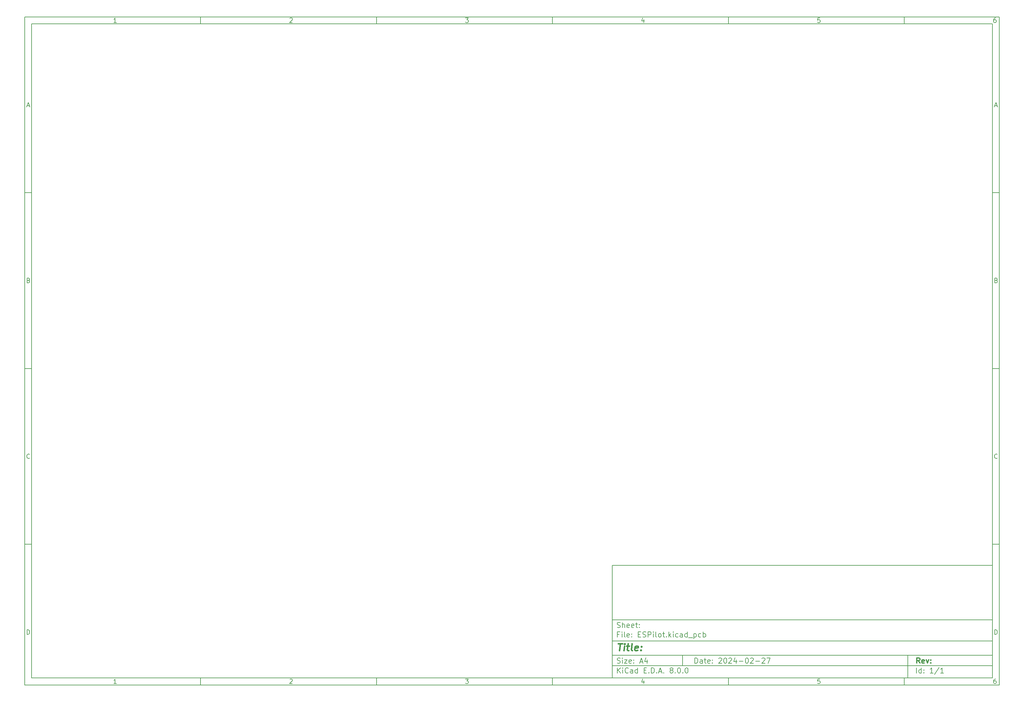
<source format=gtp>
G04 #@! TF.GenerationSoftware,KiCad,Pcbnew,8.0.0*
G04 #@! TF.CreationDate,2024-02-27T22:34:17+01:00*
G04 #@! TF.ProjectId,ESPilot,45535069-6c6f-4742-9e6b-696361645f70,rev?*
G04 #@! TF.SameCoordinates,PX6f32cc0PY1b2e020*
G04 #@! TF.FileFunction,Paste,Top*
G04 #@! TF.FilePolarity,Positive*
%FSLAX46Y46*%
G04 Gerber Fmt 4.6, Leading zero omitted, Abs format (unit mm)*
G04 Created by KiCad (PCBNEW 8.0.0) date 2024-02-27 22:34:17*
%MOMM*%
%LPD*%
G01*
G04 APERTURE LIST*
%ADD10C,0.100000*%
%ADD11C,0.150000*%
%ADD12C,0.300000*%
%ADD13C,0.400000*%
G04 APERTURE END LIST*
D10*
D11*
X60402200Y-137507200D02*
X168402200Y-137507200D01*
X168402200Y-169507200D01*
X60402200Y-169507200D01*
X60402200Y-137507200D01*
D10*
D11*
X-106600000Y18500000D02*
X170402200Y18500000D01*
X170402200Y-171507200D01*
X-106600000Y-171507200D01*
X-106600000Y18500000D01*
D10*
D11*
X-104600000Y16500000D02*
X168402200Y16500000D01*
X168402200Y-169507200D01*
X-104600000Y-169507200D01*
X-104600000Y16500000D01*
D10*
D11*
X-56600000Y16500000D02*
X-56600000Y18500000D01*
D10*
D11*
X-6600000Y16500000D02*
X-6600000Y18500000D01*
D10*
D11*
X43400000Y16500000D02*
X43400000Y18500000D01*
D10*
D11*
X93400000Y16500000D02*
X93400000Y18500000D01*
D10*
D11*
X143400000Y16500000D02*
X143400000Y18500000D01*
D10*
D11*
X-80510840Y16906396D02*
X-81253697Y16906396D01*
X-80882269Y16906396D02*
X-80882269Y18206396D01*
X-80882269Y18206396D02*
X-81006078Y18020681D01*
X-81006078Y18020681D02*
X-81129888Y17896872D01*
X-81129888Y17896872D02*
X-81253697Y17834967D01*
D10*
D11*
X-31253697Y18082586D02*
X-31191793Y18144491D01*
X-31191793Y18144491D02*
X-31067983Y18206396D01*
X-31067983Y18206396D02*
X-30758459Y18206396D01*
X-30758459Y18206396D02*
X-30634650Y18144491D01*
X-30634650Y18144491D02*
X-30572745Y18082586D01*
X-30572745Y18082586D02*
X-30510840Y17958777D01*
X-30510840Y17958777D02*
X-30510840Y17834967D01*
X-30510840Y17834967D02*
X-30572745Y17649253D01*
X-30572745Y17649253D02*
X-31315602Y16906396D01*
X-31315602Y16906396D02*
X-30510840Y16906396D01*
D10*
D11*
X18684398Y18206396D02*
X19489160Y18206396D01*
X19489160Y18206396D02*
X19055826Y17711158D01*
X19055826Y17711158D02*
X19241541Y17711158D01*
X19241541Y17711158D02*
X19365350Y17649253D01*
X19365350Y17649253D02*
X19427255Y17587348D01*
X19427255Y17587348D02*
X19489160Y17463539D01*
X19489160Y17463539D02*
X19489160Y17154015D01*
X19489160Y17154015D02*
X19427255Y17030205D01*
X19427255Y17030205D02*
X19365350Y16968300D01*
X19365350Y16968300D02*
X19241541Y16906396D01*
X19241541Y16906396D02*
X18870112Y16906396D01*
X18870112Y16906396D02*
X18746303Y16968300D01*
X18746303Y16968300D02*
X18684398Y17030205D01*
D10*
D11*
X69365350Y17773062D02*
X69365350Y16906396D01*
X69055826Y18268300D02*
X68746303Y17339729D01*
X68746303Y17339729D02*
X69551064Y17339729D01*
D10*
D11*
X119427255Y18206396D02*
X118808207Y18206396D01*
X118808207Y18206396D02*
X118746303Y17587348D01*
X118746303Y17587348D02*
X118808207Y17649253D01*
X118808207Y17649253D02*
X118932017Y17711158D01*
X118932017Y17711158D02*
X119241541Y17711158D01*
X119241541Y17711158D02*
X119365350Y17649253D01*
X119365350Y17649253D02*
X119427255Y17587348D01*
X119427255Y17587348D02*
X119489160Y17463539D01*
X119489160Y17463539D02*
X119489160Y17154015D01*
X119489160Y17154015D02*
X119427255Y17030205D01*
X119427255Y17030205D02*
X119365350Y16968300D01*
X119365350Y16968300D02*
X119241541Y16906396D01*
X119241541Y16906396D02*
X118932017Y16906396D01*
X118932017Y16906396D02*
X118808207Y16968300D01*
X118808207Y16968300D02*
X118746303Y17030205D01*
D10*
D11*
X169365350Y18206396D02*
X169117731Y18206396D01*
X169117731Y18206396D02*
X168993922Y18144491D01*
X168993922Y18144491D02*
X168932017Y18082586D01*
X168932017Y18082586D02*
X168808207Y17896872D01*
X168808207Y17896872D02*
X168746303Y17649253D01*
X168746303Y17649253D02*
X168746303Y17154015D01*
X168746303Y17154015D02*
X168808207Y17030205D01*
X168808207Y17030205D02*
X168870112Y16968300D01*
X168870112Y16968300D02*
X168993922Y16906396D01*
X168993922Y16906396D02*
X169241541Y16906396D01*
X169241541Y16906396D02*
X169365350Y16968300D01*
X169365350Y16968300D02*
X169427255Y17030205D01*
X169427255Y17030205D02*
X169489160Y17154015D01*
X169489160Y17154015D02*
X169489160Y17463539D01*
X169489160Y17463539D02*
X169427255Y17587348D01*
X169427255Y17587348D02*
X169365350Y17649253D01*
X169365350Y17649253D02*
X169241541Y17711158D01*
X169241541Y17711158D02*
X168993922Y17711158D01*
X168993922Y17711158D02*
X168870112Y17649253D01*
X168870112Y17649253D02*
X168808207Y17587348D01*
X168808207Y17587348D02*
X168746303Y17463539D01*
D10*
D11*
X-56600000Y-169507200D02*
X-56600000Y-171507200D01*
D10*
D11*
X-6600000Y-169507200D02*
X-6600000Y-171507200D01*
D10*
D11*
X43400000Y-169507200D02*
X43400000Y-171507200D01*
D10*
D11*
X93400000Y-169507200D02*
X93400000Y-171507200D01*
D10*
D11*
X143400000Y-169507200D02*
X143400000Y-171507200D01*
D10*
D11*
X-80510840Y-171100804D02*
X-81253697Y-171100804D01*
X-80882269Y-171100804D02*
X-80882269Y-169800804D01*
X-80882269Y-169800804D02*
X-81006078Y-169986519D01*
X-81006078Y-169986519D02*
X-81129888Y-170110328D01*
X-81129888Y-170110328D02*
X-81253697Y-170172233D01*
D10*
D11*
X-31253697Y-169924614D02*
X-31191793Y-169862709D01*
X-31191793Y-169862709D02*
X-31067983Y-169800804D01*
X-31067983Y-169800804D02*
X-30758459Y-169800804D01*
X-30758459Y-169800804D02*
X-30634650Y-169862709D01*
X-30634650Y-169862709D02*
X-30572745Y-169924614D01*
X-30572745Y-169924614D02*
X-30510840Y-170048423D01*
X-30510840Y-170048423D02*
X-30510840Y-170172233D01*
X-30510840Y-170172233D02*
X-30572745Y-170357947D01*
X-30572745Y-170357947D02*
X-31315602Y-171100804D01*
X-31315602Y-171100804D02*
X-30510840Y-171100804D01*
D10*
D11*
X18684398Y-169800804D02*
X19489160Y-169800804D01*
X19489160Y-169800804D02*
X19055826Y-170296042D01*
X19055826Y-170296042D02*
X19241541Y-170296042D01*
X19241541Y-170296042D02*
X19365350Y-170357947D01*
X19365350Y-170357947D02*
X19427255Y-170419852D01*
X19427255Y-170419852D02*
X19489160Y-170543661D01*
X19489160Y-170543661D02*
X19489160Y-170853185D01*
X19489160Y-170853185D02*
X19427255Y-170976995D01*
X19427255Y-170976995D02*
X19365350Y-171038900D01*
X19365350Y-171038900D02*
X19241541Y-171100804D01*
X19241541Y-171100804D02*
X18870112Y-171100804D01*
X18870112Y-171100804D02*
X18746303Y-171038900D01*
X18746303Y-171038900D02*
X18684398Y-170976995D01*
D10*
D11*
X69365350Y-170234138D02*
X69365350Y-171100804D01*
X69055826Y-169738900D02*
X68746303Y-170667471D01*
X68746303Y-170667471D02*
X69551064Y-170667471D01*
D10*
D11*
X119427255Y-169800804D02*
X118808207Y-169800804D01*
X118808207Y-169800804D02*
X118746303Y-170419852D01*
X118746303Y-170419852D02*
X118808207Y-170357947D01*
X118808207Y-170357947D02*
X118932017Y-170296042D01*
X118932017Y-170296042D02*
X119241541Y-170296042D01*
X119241541Y-170296042D02*
X119365350Y-170357947D01*
X119365350Y-170357947D02*
X119427255Y-170419852D01*
X119427255Y-170419852D02*
X119489160Y-170543661D01*
X119489160Y-170543661D02*
X119489160Y-170853185D01*
X119489160Y-170853185D02*
X119427255Y-170976995D01*
X119427255Y-170976995D02*
X119365350Y-171038900D01*
X119365350Y-171038900D02*
X119241541Y-171100804D01*
X119241541Y-171100804D02*
X118932017Y-171100804D01*
X118932017Y-171100804D02*
X118808207Y-171038900D01*
X118808207Y-171038900D02*
X118746303Y-170976995D01*
D10*
D11*
X169365350Y-169800804D02*
X169117731Y-169800804D01*
X169117731Y-169800804D02*
X168993922Y-169862709D01*
X168993922Y-169862709D02*
X168932017Y-169924614D01*
X168932017Y-169924614D02*
X168808207Y-170110328D01*
X168808207Y-170110328D02*
X168746303Y-170357947D01*
X168746303Y-170357947D02*
X168746303Y-170853185D01*
X168746303Y-170853185D02*
X168808207Y-170976995D01*
X168808207Y-170976995D02*
X168870112Y-171038900D01*
X168870112Y-171038900D02*
X168993922Y-171100804D01*
X168993922Y-171100804D02*
X169241541Y-171100804D01*
X169241541Y-171100804D02*
X169365350Y-171038900D01*
X169365350Y-171038900D02*
X169427255Y-170976995D01*
X169427255Y-170976995D02*
X169489160Y-170853185D01*
X169489160Y-170853185D02*
X169489160Y-170543661D01*
X169489160Y-170543661D02*
X169427255Y-170419852D01*
X169427255Y-170419852D02*
X169365350Y-170357947D01*
X169365350Y-170357947D02*
X169241541Y-170296042D01*
X169241541Y-170296042D02*
X168993922Y-170296042D01*
X168993922Y-170296042D02*
X168870112Y-170357947D01*
X168870112Y-170357947D02*
X168808207Y-170419852D01*
X168808207Y-170419852D02*
X168746303Y-170543661D01*
D10*
D11*
X-106600000Y-31500000D02*
X-104600000Y-31500000D01*
D10*
D11*
X-106600000Y-81500000D02*
X-104600000Y-81500000D01*
D10*
D11*
X-106600000Y-131500000D02*
X-104600000Y-131500000D01*
D10*
D11*
X-105909524Y-6722176D02*
X-105290477Y-6722176D01*
X-106033334Y-7093604D02*
X-105600001Y-5793604D01*
X-105600001Y-5793604D02*
X-105166667Y-7093604D01*
D10*
D11*
X-105507143Y-56412652D02*
X-105321429Y-56474557D01*
X-105321429Y-56474557D02*
X-105259524Y-56536461D01*
X-105259524Y-56536461D02*
X-105197620Y-56660271D01*
X-105197620Y-56660271D02*
X-105197620Y-56845985D01*
X-105197620Y-56845985D02*
X-105259524Y-56969795D01*
X-105259524Y-56969795D02*
X-105321429Y-57031700D01*
X-105321429Y-57031700D02*
X-105445239Y-57093604D01*
X-105445239Y-57093604D02*
X-105940477Y-57093604D01*
X-105940477Y-57093604D02*
X-105940477Y-55793604D01*
X-105940477Y-55793604D02*
X-105507143Y-55793604D01*
X-105507143Y-55793604D02*
X-105383334Y-55855509D01*
X-105383334Y-55855509D02*
X-105321429Y-55917414D01*
X-105321429Y-55917414D02*
X-105259524Y-56041223D01*
X-105259524Y-56041223D02*
X-105259524Y-56165033D01*
X-105259524Y-56165033D02*
X-105321429Y-56288842D01*
X-105321429Y-56288842D02*
X-105383334Y-56350747D01*
X-105383334Y-56350747D02*
X-105507143Y-56412652D01*
X-105507143Y-56412652D02*
X-105940477Y-56412652D01*
D10*
D11*
X-105197620Y-106969795D02*
X-105259524Y-107031700D01*
X-105259524Y-107031700D02*
X-105445239Y-107093604D01*
X-105445239Y-107093604D02*
X-105569048Y-107093604D01*
X-105569048Y-107093604D02*
X-105754762Y-107031700D01*
X-105754762Y-107031700D02*
X-105878572Y-106907890D01*
X-105878572Y-106907890D02*
X-105940477Y-106784080D01*
X-105940477Y-106784080D02*
X-106002381Y-106536461D01*
X-106002381Y-106536461D02*
X-106002381Y-106350747D01*
X-106002381Y-106350747D02*
X-105940477Y-106103128D01*
X-105940477Y-106103128D02*
X-105878572Y-105979319D01*
X-105878572Y-105979319D02*
X-105754762Y-105855509D01*
X-105754762Y-105855509D02*
X-105569048Y-105793604D01*
X-105569048Y-105793604D02*
X-105445239Y-105793604D01*
X-105445239Y-105793604D02*
X-105259524Y-105855509D01*
X-105259524Y-105855509D02*
X-105197620Y-105917414D01*
D10*
D11*
X-105940477Y-157093604D02*
X-105940477Y-155793604D01*
X-105940477Y-155793604D02*
X-105630953Y-155793604D01*
X-105630953Y-155793604D02*
X-105445239Y-155855509D01*
X-105445239Y-155855509D02*
X-105321429Y-155979319D01*
X-105321429Y-155979319D02*
X-105259524Y-156103128D01*
X-105259524Y-156103128D02*
X-105197620Y-156350747D01*
X-105197620Y-156350747D02*
X-105197620Y-156536461D01*
X-105197620Y-156536461D02*
X-105259524Y-156784080D01*
X-105259524Y-156784080D02*
X-105321429Y-156907890D01*
X-105321429Y-156907890D02*
X-105445239Y-157031700D01*
X-105445239Y-157031700D02*
X-105630953Y-157093604D01*
X-105630953Y-157093604D02*
X-105940477Y-157093604D01*
D10*
D11*
X170402200Y-31500000D02*
X168402200Y-31500000D01*
D10*
D11*
X170402200Y-81500000D02*
X168402200Y-81500000D01*
D10*
D11*
X170402200Y-131500000D02*
X168402200Y-131500000D01*
D10*
D11*
X169092676Y-6722176D02*
X169711723Y-6722176D01*
X168968866Y-7093604D02*
X169402199Y-5793604D01*
X169402199Y-5793604D02*
X169835533Y-7093604D01*
D10*
D11*
X169495057Y-56412652D02*
X169680771Y-56474557D01*
X169680771Y-56474557D02*
X169742676Y-56536461D01*
X169742676Y-56536461D02*
X169804580Y-56660271D01*
X169804580Y-56660271D02*
X169804580Y-56845985D01*
X169804580Y-56845985D02*
X169742676Y-56969795D01*
X169742676Y-56969795D02*
X169680771Y-57031700D01*
X169680771Y-57031700D02*
X169556961Y-57093604D01*
X169556961Y-57093604D02*
X169061723Y-57093604D01*
X169061723Y-57093604D02*
X169061723Y-55793604D01*
X169061723Y-55793604D02*
X169495057Y-55793604D01*
X169495057Y-55793604D02*
X169618866Y-55855509D01*
X169618866Y-55855509D02*
X169680771Y-55917414D01*
X169680771Y-55917414D02*
X169742676Y-56041223D01*
X169742676Y-56041223D02*
X169742676Y-56165033D01*
X169742676Y-56165033D02*
X169680771Y-56288842D01*
X169680771Y-56288842D02*
X169618866Y-56350747D01*
X169618866Y-56350747D02*
X169495057Y-56412652D01*
X169495057Y-56412652D02*
X169061723Y-56412652D01*
D10*
D11*
X169804580Y-106969795D02*
X169742676Y-107031700D01*
X169742676Y-107031700D02*
X169556961Y-107093604D01*
X169556961Y-107093604D02*
X169433152Y-107093604D01*
X169433152Y-107093604D02*
X169247438Y-107031700D01*
X169247438Y-107031700D02*
X169123628Y-106907890D01*
X169123628Y-106907890D02*
X169061723Y-106784080D01*
X169061723Y-106784080D02*
X168999819Y-106536461D01*
X168999819Y-106536461D02*
X168999819Y-106350747D01*
X168999819Y-106350747D02*
X169061723Y-106103128D01*
X169061723Y-106103128D02*
X169123628Y-105979319D01*
X169123628Y-105979319D02*
X169247438Y-105855509D01*
X169247438Y-105855509D02*
X169433152Y-105793604D01*
X169433152Y-105793604D02*
X169556961Y-105793604D01*
X169556961Y-105793604D02*
X169742676Y-105855509D01*
X169742676Y-105855509D02*
X169804580Y-105917414D01*
D10*
D11*
X169061723Y-157093604D02*
X169061723Y-155793604D01*
X169061723Y-155793604D02*
X169371247Y-155793604D01*
X169371247Y-155793604D02*
X169556961Y-155855509D01*
X169556961Y-155855509D02*
X169680771Y-155979319D01*
X169680771Y-155979319D02*
X169742676Y-156103128D01*
X169742676Y-156103128D02*
X169804580Y-156350747D01*
X169804580Y-156350747D02*
X169804580Y-156536461D01*
X169804580Y-156536461D02*
X169742676Y-156784080D01*
X169742676Y-156784080D02*
X169680771Y-156907890D01*
X169680771Y-156907890D02*
X169556961Y-157031700D01*
X169556961Y-157031700D02*
X169371247Y-157093604D01*
X169371247Y-157093604D02*
X169061723Y-157093604D01*
D10*
D11*
X83858026Y-165293328D02*
X83858026Y-163793328D01*
X83858026Y-163793328D02*
X84215169Y-163793328D01*
X84215169Y-163793328D02*
X84429455Y-163864757D01*
X84429455Y-163864757D02*
X84572312Y-164007614D01*
X84572312Y-164007614D02*
X84643741Y-164150471D01*
X84643741Y-164150471D02*
X84715169Y-164436185D01*
X84715169Y-164436185D02*
X84715169Y-164650471D01*
X84715169Y-164650471D02*
X84643741Y-164936185D01*
X84643741Y-164936185D02*
X84572312Y-165079042D01*
X84572312Y-165079042D02*
X84429455Y-165221900D01*
X84429455Y-165221900D02*
X84215169Y-165293328D01*
X84215169Y-165293328D02*
X83858026Y-165293328D01*
X86000884Y-165293328D02*
X86000884Y-164507614D01*
X86000884Y-164507614D02*
X85929455Y-164364757D01*
X85929455Y-164364757D02*
X85786598Y-164293328D01*
X85786598Y-164293328D02*
X85500884Y-164293328D01*
X85500884Y-164293328D02*
X85358026Y-164364757D01*
X86000884Y-165221900D02*
X85858026Y-165293328D01*
X85858026Y-165293328D02*
X85500884Y-165293328D01*
X85500884Y-165293328D02*
X85358026Y-165221900D01*
X85358026Y-165221900D02*
X85286598Y-165079042D01*
X85286598Y-165079042D02*
X85286598Y-164936185D01*
X85286598Y-164936185D02*
X85358026Y-164793328D01*
X85358026Y-164793328D02*
X85500884Y-164721900D01*
X85500884Y-164721900D02*
X85858026Y-164721900D01*
X85858026Y-164721900D02*
X86000884Y-164650471D01*
X86500884Y-164293328D02*
X87072312Y-164293328D01*
X86715169Y-163793328D02*
X86715169Y-165079042D01*
X86715169Y-165079042D02*
X86786598Y-165221900D01*
X86786598Y-165221900D02*
X86929455Y-165293328D01*
X86929455Y-165293328D02*
X87072312Y-165293328D01*
X88143741Y-165221900D02*
X88000884Y-165293328D01*
X88000884Y-165293328D02*
X87715170Y-165293328D01*
X87715170Y-165293328D02*
X87572312Y-165221900D01*
X87572312Y-165221900D02*
X87500884Y-165079042D01*
X87500884Y-165079042D02*
X87500884Y-164507614D01*
X87500884Y-164507614D02*
X87572312Y-164364757D01*
X87572312Y-164364757D02*
X87715170Y-164293328D01*
X87715170Y-164293328D02*
X88000884Y-164293328D01*
X88000884Y-164293328D02*
X88143741Y-164364757D01*
X88143741Y-164364757D02*
X88215170Y-164507614D01*
X88215170Y-164507614D02*
X88215170Y-164650471D01*
X88215170Y-164650471D02*
X87500884Y-164793328D01*
X88858026Y-165150471D02*
X88929455Y-165221900D01*
X88929455Y-165221900D02*
X88858026Y-165293328D01*
X88858026Y-165293328D02*
X88786598Y-165221900D01*
X88786598Y-165221900D02*
X88858026Y-165150471D01*
X88858026Y-165150471D02*
X88858026Y-165293328D01*
X88858026Y-164364757D02*
X88929455Y-164436185D01*
X88929455Y-164436185D02*
X88858026Y-164507614D01*
X88858026Y-164507614D02*
X88786598Y-164436185D01*
X88786598Y-164436185D02*
X88858026Y-164364757D01*
X88858026Y-164364757D02*
X88858026Y-164507614D01*
X90643741Y-163936185D02*
X90715169Y-163864757D01*
X90715169Y-163864757D02*
X90858027Y-163793328D01*
X90858027Y-163793328D02*
X91215169Y-163793328D01*
X91215169Y-163793328D02*
X91358027Y-163864757D01*
X91358027Y-163864757D02*
X91429455Y-163936185D01*
X91429455Y-163936185D02*
X91500884Y-164079042D01*
X91500884Y-164079042D02*
X91500884Y-164221900D01*
X91500884Y-164221900D02*
X91429455Y-164436185D01*
X91429455Y-164436185D02*
X90572312Y-165293328D01*
X90572312Y-165293328D02*
X91500884Y-165293328D01*
X92429455Y-163793328D02*
X92572312Y-163793328D01*
X92572312Y-163793328D02*
X92715169Y-163864757D01*
X92715169Y-163864757D02*
X92786598Y-163936185D01*
X92786598Y-163936185D02*
X92858026Y-164079042D01*
X92858026Y-164079042D02*
X92929455Y-164364757D01*
X92929455Y-164364757D02*
X92929455Y-164721900D01*
X92929455Y-164721900D02*
X92858026Y-165007614D01*
X92858026Y-165007614D02*
X92786598Y-165150471D01*
X92786598Y-165150471D02*
X92715169Y-165221900D01*
X92715169Y-165221900D02*
X92572312Y-165293328D01*
X92572312Y-165293328D02*
X92429455Y-165293328D01*
X92429455Y-165293328D02*
X92286598Y-165221900D01*
X92286598Y-165221900D02*
X92215169Y-165150471D01*
X92215169Y-165150471D02*
X92143740Y-165007614D01*
X92143740Y-165007614D02*
X92072312Y-164721900D01*
X92072312Y-164721900D02*
X92072312Y-164364757D01*
X92072312Y-164364757D02*
X92143740Y-164079042D01*
X92143740Y-164079042D02*
X92215169Y-163936185D01*
X92215169Y-163936185D02*
X92286598Y-163864757D01*
X92286598Y-163864757D02*
X92429455Y-163793328D01*
X93500883Y-163936185D02*
X93572311Y-163864757D01*
X93572311Y-163864757D02*
X93715169Y-163793328D01*
X93715169Y-163793328D02*
X94072311Y-163793328D01*
X94072311Y-163793328D02*
X94215169Y-163864757D01*
X94215169Y-163864757D02*
X94286597Y-163936185D01*
X94286597Y-163936185D02*
X94358026Y-164079042D01*
X94358026Y-164079042D02*
X94358026Y-164221900D01*
X94358026Y-164221900D02*
X94286597Y-164436185D01*
X94286597Y-164436185D02*
X93429454Y-165293328D01*
X93429454Y-165293328D02*
X94358026Y-165293328D01*
X95643740Y-164293328D02*
X95643740Y-165293328D01*
X95286597Y-163721900D02*
X94929454Y-164793328D01*
X94929454Y-164793328D02*
X95858025Y-164793328D01*
X96429453Y-164721900D02*
X97572311Y-164721900D01*
X98572311Y-163793328D02*
X98715168Y-163793328D01*
X98715168Y-163793328D02*
X98858025Y-163864757D01*
X98858025Y-163864757D02*
X98929454Y-163936185D01*
X98929454Y-163936185D02*
X99000882Y-164079042D01*
X99000882Y-164079042D02*
X99072311Y-164364757D01*
X99072311Y-164364757D02*
X99072311Y-164721900D01*
X99072311Y-164721900D02*
X99000882Y-165007614D01*
X99000882Y-165007614D02*
X98929454Y-165150471D01*
X98929454Y-165150471D02*
X98858025Y-165221900D01*
X98858025Y-165221900D02*
X98715168Y-165293328D01*
X98715168Y-165293328D02*
X98572311Y-165293328D01*
X98572311Y-165293328D02*
X98429454Y-165221900D01*
X98429454Y-165221900D02*
X98358025Y-165150471D01*
X98358025Y-165150471D02*
X98286596Y-165007614D01*
X98286596Y-165007614D02*
X98215168Y-164721900D01*
X98215168Y-164721900D02*
X98215168Y-164364757D01*
X98215168Y-164364757D02*
X98286596Y-164079042D01*
X98286596Y-164079042D02*
X98358025Y-163936185D01*
X98358025Y-163936185D02*
X98429454Y-163864757D01*
X98429454Y-163864757D02*
X98572311Y-163793328D01*
X99643739Y-163936185D02*
X99715167Y-163864757D01*
X99715167Y-163864757D02*
X99858025Y-163793328D01*
X99858025Y-163793328D02*
X100215167Y-163793328D01*
X100215167Y-163793328D02*
X100358025Y-163864757D01*
X100358025Y-163864757D02*
X100429453Y-163936185D01*
X100429453Y-163936185D02*
X100500882Y-164079042D01*
X100500882Y-164079042D02*
X100500882Y-164221900D01*
X100500882Y-164221900D02*
X100429453Y-164436185D01*
X100429453Y-164436185D02*
X99572310Y-165293328D01*
X99572310Y-165293328D02*
X100500882Y-165293328D01*
X101143738Y-164721900D02*
X102286596Y-164721900D01*
X102929453Y-163936185D02*
X103000881Y-163864757D01*
X103000881Y-163864757D02*
X103143739Y-163793328D01*
X103143739Y-163793328D02*
X103500881Y-163793328D01*
X103500881Y-163793328D02*
X103643739Y-163864757D01*
X103643739Y-163864757D02*
X103715167Y-163936185D01*
X103715167Y-163936185D02*
X103786596Y-164079042D01*
X103786596Y-164079042D02*
X103786596Y-164221900D01*
X103786596Y-164221900D02*
X103715167Y-164436185D01*
X103715167Y-164436185D02*
X102858024Y-165293328D01*
X102858024Y-165293328D02*
X103786596Y-165293328D01*
X104286595Y-163793328D02*
X105286595Y-163793328D01*
X105286595Y-163793328D02*
X104643738Y-165293328D01*
D10*
D11*
X60402200Y-166007200D02*
X168402200Y-166007200D01*
D10*
D11*
X61858026Y-168093328D02*
X61858026Y-166593328D01*
X62715169Y-168093328D02*
X62072312Y-167236185D01*
X62715169Y-166593328D02*
X61858026Y-167450471D01*
X63358026Y-168093328D02*
X63358026Y-167093328D01*
X63358026Y-166593328D02*
X63286598Y-166664757D01*
X63286598Y-166664757D02*
X63358026Y-166736185D01*
X63358026Y-166736185D02*
X63429455Y-166664757D01*
X63429455Y-166664757D02*
X63358026Y-166593328D01*
X63358026Y-166593328D02*
X63358026Y-166736185D01*
X64929455Y-167950471D02*
X64858027Y-168021900D01*
X64858027Y-168021900D02*
X64643741Y-168093328D01*
X64643741Y-168093328D02*
X64500884Y-168093328D01*
X64500884Y-168093328D02*
X64286598Y-168021900D01*
X64286598Y-168021900D02*
X64143741Y-167879042D01*
X64143741Y-167879042D02*
X64072312Y-167736185D01*
X64072312Y-167736185D02*
X64000884Y-167450471D01*
X64000884Y-167450471D02*
X64000884Y-167236185D01*
X64000884Y-167236185D02*
X64072312Y-166950471D01*
X64072312Y-166950471D02*
X64143741Y-166807614D01*
X64143741Y-166807614D02*
X64286598Y-166664757D01*
X64286598Y-166664757D02*
X64500884Y-166593328D01*
X64500884Y-166593328D02*
X64643741Y-166593328D01*
X64643741Y-166593328D02*
X64858027Y-166664757D01*
X64858027Y-166664757D02*
X64929455Y-166736185D01*
X66215170Y-168093328D02*
X66215170Y-167307614D01*
X66215170Y-167307614D02*
X66143741Y-167164757D01*
X66143741Y-167164757D02*
X66000884Y-167093328D01*
X66000884Y-167093328D02*
X65715170Y-167093328D01*
X65715170Y-167093328D02*
X65572312Y-167164757D01*
X66215170Y-168021900D02*
X66072312Y-168093328D01*
X66072312Y-168093328D02*
X65715170Y-168093328D01*
X65715170Y-168093328D02*
X65572312Y-168021900D01*
X65572312Y-168021900D02*
X65500884Y-167879042D01*
X65500884Y-167879042D02*
X65500884Y-167736185D01*
X65500884Y-167736185D02*
X65572312Y-167593328D01*
X65572312Y-167593328D02*
X65715170Y-167521900D01*
X65715170Y-167521900D02*
X66072312Y-167521900D01*
X66072312Y-167521900D02*
X66215170Y-167450471D01*
X67572313Y-168093328D02*
X67572313Y-166593328D01*
X67572313Y-168021900D02*
X67429455Y-168093328D01*
X67429455Y-168093328D02*
X67143741Y-168093328D01*
X67143741Y-168093328D02*
X67000884Y-168021900D01*
X67000884Y-168021900D02*
X66929455Y-167950471D01*
X66929455Y-167950471D02*
X66858027Y-167807614D01*
X66858027Y-167807614D02*
X66858027Y-167379042D01*
X66858027Y-167379042D02*
X66929455Y-167236185D01*
X66929455Y-167236185D02*
X67000884Y-167164757D01*
X67000884Y-167164757D02*
X67143741Y-167093328D01*
X67143741Y-167093328D02*
X67429455Y-167093328D01*
X67429455Y-167093328D02*
X67572313Y-167164757D01*
X69429455Y-167307614D02*
X69929455Y-167307614D01*
X70143741Y-168093328D02*
X69429455Y-168093328D01*
X69429455Y-168093328D02*
X69429455Y-166593328D01*
X69429455Y-166593328D02*
X70143741Y-166593328D01*
X70786598Y-167950471D02*
X70858027Y-168021900D01*
X70858027Y-168021900D02*
X70786598Y-168093328D01*
X70786598Y-168093328D02*
X70715170Y-168021900D01*
X70715170Y-168021900D02*
X70786598Y-167950471D01*
X70786598Y-167950471D02*
X70786598Y-168093328D01*
X71500884Y-168093328D02*
X71500884Y-166593328D01*
X71500884Y-166593328D02*
X71858027Y-166593328D01*
X71858027Y-166593328D02*
X72072313Y-166664757D01*
X72072313Y-166664757D02*
X72215170Y-166807614D01*
X72215170Y-166807614D02*
X72286599Y-166950471D01*
X72286599Y-166950471D02*
X72358027Y-167236185D01*
X72358027Y-167236185D02*
X72358027Y-167450471D01*
X72358027Y-167450471D02*
X72286599Y-167736185D01*
X72286599Y-167736185D02*
X72215170Y-167879042D01*
X72215170Y-167879042D02*
X72072313Y-168021900D01*
X72072313Y-168021900D02*
X71858027Y-168093328D01*
X71858027Y-168093328D02*
X71500884Y-168093328D01*
X73000884Y-167950471D02*
X73072313Y-168021900D01*
X73072313Y-168021900D02*
X73000884Y-168093328D01*
X73000884Y-168093328D02*
X72929456Y-168021900D01*
X72929456Y-168021900D02*
X73000884Y-167950471D01*
X73000884Y-167950471D02*
X73000884Y-168093328D01*
X73643742Y-167664757D02*
X74358028Y-167664757D01*
X73500885Y-168093328D02*
X74000885Y-166593328D01*
X74000885Y-166593328D02*
X74500885Y-168093328D01*
X75000884Y-167950471D02*
X75072313Y-168021900D01*
X75072313Y-168021900D02*
X75000884Y-168093328D01*
X75000884Y-168093328D02*
X74929456Y-168021900D01*
X74929456Y-168021900D02*
X75000884Y-167950471D01*
X75000884Y-167950471D02*
X75000884Y-168093328D01*
X77072313Y-167236185D02*
X76929456Y-167164757D01*
X76929456Y-167164757D02*
X76858027Y-167093328D01*
X76858027Y-167093328D02*
X76786599Y-166950471D01*
X76786599Y-166950471D02*
X76786599Y-166879042D01*
X76786599Y-166879042D02*
X76858027Y-166736185D01*
X76858027Y-166736185D02*
X76929456Y-166664757D01*
X76929456Y-166664757D02*
X77072313Y-166593328D01*
X77072313Y-166593328D02*
X77358027Y-166593328D01*
X77358027Y-166593328D02*
X77500885Y-166664757D01*
X77500885Y-166664757D02*
X77572313Y-166736185D01*
X77572313Y-166736185D02*
X77643742Y-166879042D01*
X77643742Y-166879042D02*
X77643742Y-166950471D01*
X77643742Y-166950471D02*
X77572313Y-167093328D01*
X77572313Y-167093328D02*
X77500885Y-167164757D01*
X77500885Y-167164757D02*
X77358027Y-167236185D01*
X77358027Y-167236185D02*
X77072313Y-167236185D01*
X77072313Y-167236185D02*
X76929456Y-167307614D01*
X76929456Y-167307614D02*
X76858027Y-167379042D01*
X76858027Y-167379042D02*
X76786599Y-167521900D01*
X76786599Y-167521900D02*
X76786599Y-167807614D01*
X76786599Y-167807614D02*
X76858027Y-167950471D01*
X76858027Y-167950471D02*
X76929456Y-168021900D01*
X76929456Y-168021900D02*
X77072313Y-168093328D01*
X77072313Y-168093328D02*
X77358027Y-168093328D01*
X77358027Y-168093328D02*
X77500885Y-168021900D01*
X77500885Y-168021900D02*
X77572313Y-167950471D01*
X77572313Y-167950471D02*
X77643742Y-167807614D01*
X77643742Y-167807614D02*
X77643742Y-167521900D01*
X77643742Y-167521900D02*
X77572313Y-167379042D01*
X77572313Y-167379042D02*
X77500885Y-167307614D01*
X77500885Y-167307614D02*
X77358027Y-167236185D01*
X78286598Y-167950471D02*
X78358027Y-168021900D01*
X78358027Y-168021900D02*
X78286598Y-168093328D01*
X78286598Y-168093328D02*
X78215170Y-168021900D01*
X78215170Y-168021900D02*
X78286598Y-167950471D01*
X78286598Y-167950471D02*
X78286598Y-168093328D01*
X79286599Y-166593328D02*
X79429456Y-166593328D01*
X79429456Y-166593328D02*
X79572313Y-166664757D01*
X79572313Y-166664757D02*
X79643742Y-166736185D01*
X79643742Y-166736185D02*
X79715170Y-166879042D01*
X79715170Y-166879042D02*
X79786599Y-167164757D01*
X79786599Y-167164757D02*
X79786599Y-167521900D01*
X79786599Y-167521900D02*
X79715170Y-167807614D01*
X79715170Y-167807614D02*
X79643742Y-167950471D01*
X79643742Y-167950471D02*
X79572313Y-168021900D01*
X79572313Y-168021900D02*
X79429456Y-168093328D01*
X79429456Y-168093328D02*
X79286599Y-168093328D01*
X79286599Y-168093328D02*
X79143742Y-168021900D01*
X79143742Y-168021900D02*
X79072313Y-167950471D01*
X79072313Y-167950471D02*
X79000884Y-167807614D01*
X79000884Y-167807614D02*
X78929456Y-167521900D01*
X78929456Y-167521900D02*
X78929456Y-167164757D01*
X78929456Y-167164757D02*
X79000884Y-166879042D01*
X79000884Y-166879042D02*
X79072313Y-166736185D01*
X79072313Y-166736185D02*
X79143742Y-166664757D01*
X79143742Y-166664757D02*
X79286599Y-166593328D01*
X80429455Y-167950471D02*
X80500884Y-168021900D01*
X80500884Y-168021900D02*
X80429455Y-168093328D01*
X80429455Y-168093328D02*
X80358027Y-168021900D01*
X80358027Y-168021900D02*
X80429455Y-167950471D01*
X80429455Y-167950471D02*
X80429455Y-168093328D01*
X81429456Y-166593328D02*
X81572313Y-166593328D01*
X81572313Y-166593328D02*
X81715170Y-166664757D01*
X81715170Y-166664757D02*
X81786599Y-166736185D01*
X81786599Y-166736185D02*
X81858027Y-166879042D01*
X81858027Y-166879042D02*
X81929456Y-167164757D01*
X81929456Y-167164757D02*
X81929456Y-167521900D01*
X81929456Y-167521900D02*
X81858027Y-167807614D01*
X81858027Y-167807614D02*
X81786599Y-167950471D01*
X81786599Y-167950471D02*
X81715170Y-168021900D01*
X81715170Y-168021900D02*
X81572313Y-168093328D01*
X81572313Y-168093328D02*
X81429456Y-168093328D01*
X81429456Y-168093328D02*
X81286599Y-168021900D01*
X81286599Y-168021900D02*
X81215170Y-167950471D01*
X81215170Y-167950471D02*
X81143741Y-167807614D01*
X81143741Y-167807614D02*
X81072313Y-167521900D01*
X81072313Y-167521900D02*
X81072313Y-167164757D01*
X81072313Y-167164757D02*
X81143741Y-166879042D01*
X81143741Y-166879042D02*
X81215170Y-166736185D01*
X81215170Y-166736185D02*
X81286599Y-166664757D01*
X81286599Y-166664757D02*
X81429456Y-166593328D01*
D10*
D11*
X60402200Y-163007200D02*
X168402200Y-163007200D01*
D10*
D12*
X147813853Y-165285528D02*
X147313853Y-164571242D01*
X146956710Y-165285528D02*
X146956710Y-163785528D01*
X146956710Y-163785528D02*
X147528139Y-163785528D01*
X147528139Y-163785528D02*
X147670996Y-163856957D01*
X147670996Y-163856957D02*
X147742425Y-163928385D01*
X147742425Y-163928385D02*
X147813853Y-164071242D01*
X147813853Y-164071242D02*
X147813853Y-164285528D01*
X147813853Y-164285528D02*
X147742425Y-164428385D01*
X147742425Y-164428385D02*
X147670996Y-164499814D01*
X147670996Y-164499814D02*
X147528139Y-164571242D01*
X147528139Y-164571242D02*
X146956710Y-164571242D01*
X149028139Y-165214100D02*
X148885282Y-165285528D01*
X148885282Y-165285528D02*
X148599568Y-165285528D01*
X148599568Y-165285528D02*
X148456710Y-165214100D01*
X148456710Y-165214100D02*
X148385282Y-165071242D01*
X148385282Y-165071242D02*
X148385282Y-164499814D01*
X148385282Y-164499814D02*
X148456710Y-164356957D01*
X148456710Y-164356957D02*
X148599568Y-164285528D01*
X148599568Y-164285528D02*
X148885282Y-164285528D01*
X148885282Y-164285528D02*
X149028139Y-164356957D01*
X149028139Y-164356957D02*
X149099568Y-164499814D01*
X149099568Y-164499814D02*
X149099568Y-164642671D01*
X149099568Y-164642671D02*
X148385282Y-164785528D01*
X149599567Y-164285528D02*
X149956710Y-165285528D01*
X149956710Y-165285528D02*
X150313853Y-164285528D01*
X150885281Y-165142671D02*
X150956710Y-165214100D01*
X150956710Y-165214100D02*
X150885281Y-165285528D01*
X150885281Y-165285528D02*
X150813853Y-165214100D01*
X150813853Y-165214100D02*
X150885281Y-165142671D01*
X150885281Y-165142671D02*
X150885281Y-165285528D01*
X150885281Y-164356957D02*
X150956710Y-164428385D01*
X150956710Y-164428385D02*
X150885281Y-164499814D01*
X150885281Y-164499814D02*
X150813853Y-164428385D01*
X150813853Y-164428385D02*
X150885281Y-164356957D01*
X150885281Y-164356957D02*
X150885281Y-164499814D01*
D10*
D11*
X61786598Y-165221900D02*
X62000884Y-165293328D01*
X62000884Y-165293328D02*
X62358026Y-165293328D01*
X62358026Y-165293328D02*
X62500884Y-165221900D01*
X62500884Y-165221900D02*
X62572312Y-165150471D01*
X62572312Y-165150471D02*
X62643741Y-165007614D01*
X62643741Y-165007614D02*
X62643741Y-164864757D01*
X62643741Y-164864757D02*
X62572312Y-164721900D01*
X62572312Y-164721900D02*
X62500884Y-164650471D01*
X62500884Y-164650471D02*
X62358026Y-164579042D01*
X62358026Y-164579042D02*
X62072312Y-164507614D01*
X62072312Y-164507614D02*
X61929455Y-164436185D01*
X61929455Y-164436185D02*
X61858026Y-164364757D01*
X61858026Y-164364757D02*
X61786598Y-164221900D01*
X61786598Y-164221900D02*
X61786598Y-164079042D01*
X61786598Y-164079042D02*
X61858026Y-163936185D01*
X61858026Y-163936185D02*
X61929455Y-163864757D01*
X61929455Y-163864757D02*
X62072312Y-163793328D01*
X62072312Y-163793328D02*
X62429455Y-163793328D01*
X62429455Y-163793328D02*
X62643741Y-163864757D01*
X63286597Y-165293328D02*
X63286597Y-164293328D01*
X63286597Y-163793328D02*
X63215169Y-163864757D01*
X63215169Y-163864757D02*
X63286597Y-163936185D01*
X63286597Y-163936185D02*
X63358026Y-163864757D01*
X63358026Y-163864757D02*
X63286597Y-163793328D01*
X63286597Y-163793328D02*
X63286597Y-163936185D01*
X63858026Y-164293328D02*
X64643741Y-164293328D01*
X64643741Y-164293328D02*
X63858026Y-165293328D01*
X63858026Y-165293328D02*
X64643741Y-165293328D01*
X65786598Y-165221900D02*
X65643741Y-165293328D01*
X65643741Y-165293328D02*
X65358027Y-165293328D01*
X65358027Y-165293328D02*
X65215169Y-165221900D01*
X65215169Y-165221900D02*
X65143741Y-165079042D01*
X65143741Y-165079042D02*
X65143741Y-164507614D01*
X65143741Y-164507614D02*
X65215169Y-164364757D01*
X65215169Y-164364757D02*
X65358027Y-164293328D01*
X65358027Y-164293328D02*
X65643741Y-164293328D01*
X65643741Y-164293328D02*
X65786598Y-164364757D01*
X65786598Y-164364757D02*
X65858027Y-164507614D01*
X65858027Y-164507614D02*
X65858027Y-164650471D01*
X65858027Y-164650471D02*
X65143741Y-164793328D01*
X66500883Y-165150471D02*
X66572312Y-165221900D01*
X66572312Y-165221900D02*
X66500883Y-165293328D01*
X66500883Y-165293328D02*
X66429455Y-165221900D01*
X66429455Y-165221900D02*
X66500883Y-165150471D01*
X66500883Y-165150471D02*
X66500883Y-165293328D01*
X66500883Y-164364757D02*
X66572312Y-164436185D01*
X66572312Y-164436185D02*
X66500883Y-164507614D01*
X66500883Y-164507614D02*
X66429455Y-164436185D01*
X66429455Y-164436185D02*
X66500883Y-164364757D01*
X66500883Y-164364757D02*
X66500883Y-164507614D01*
X68286598Y-164864757D02*
X69000884Y-164864757D01*
X68143741Y-165293328D02*
X68643741Y-163793328D01*
X68643741Y-163793328D02*
X69143741Y-165293328D01*
X70286598Y-164293328D02*
X70286598Y-165293328D01*
X69929455Y-163721900D02*
X69572312Y-164793328D01*
X69572312Y-164793328D02*
X70500883Y-164793328D01*
D10*
D11*
X146858026Y-168093328D02*
X146858026Y-166593328D01*
X148215170Y-168093328D02*
X148215170Y-166593328D01*
X148215170Y-168021900D02*
X148072312Y-168093328D01*
X148072312Y-168093328D02*
X147786598Y-168093328D01*
X147786598Y-168093328D02*
X147643741Y-168021900D01*
X147643741Y-168021900D02*
X147572312Y-167950471D01*
X147572312Y-167950471D02*
X147500884Y-167807614D01*
X147500884Y-167807614D02*
X147500884Y-167379042D01*
X147500884Y-167379042D02*
X147572312Y-167236185D01*
X147572312Y-167236185D02*
X147643741Y-167164757D01*
X147643741Y-167164757D02*
X147786598Y-167093328D01*
X147786598Y-167093328D02*
X148072312Y-167093328D01*
X148072312Y-167093328D02*
X148215170Y-167164757D01*
X148929455Y-167950471D02*
X149000884Y-168021900D01*
X149000884Y-168021900D02*
X148929455Y-168093328D01*
X148929455Y-168093328D02*
X148858027Y-168021900D01*
X148858027Y-168021900D02*
X148929455Y-167950471D01*
X148929455Y-167950471D02*
X148929455Y-168093328D01*
X148929455Y-167164757D02*
X149000884Y-167236185D01*
X149000884Y-167236185D02*
X148929455Y-167307614D01*
X148929455Y-167307614D02*
X148858027Y-167236185D01*
X148858027Y-167236185D02*
X148929455Y-167164757D01*
X148929455Y-167164757D02*
X148929455Y-167307614D01*
X151572313Y-168093328D02*
X150715170Y-168093328D01*
X151143741Y-168093328D02*
X151143741Y-166593328D01*
X151143741Y-166593328D02*
X151000884Y-166807614D01*
X151000884Y-166807614D02*
X150858027Y-166950471D01*
X150858027Y-166950471D02*
X150715170Y-167021900D01*
X153286598Y-166521900D02*
X152000884Y-168450471D01*
X154572313Y-168093328D02*
X153715170Y-168093328D01*
X154143741Y-168093328D02*
X154143741Y-166593328D01*
X154143741Y-166593328D02*
X154000884Y-166807614D01*
X154000884Y-166807614D02*
X153858027Y-166950471D01*
X153858027Y-166950471D02*
X153715170Y-167021900D01*
D10*
D11*
X60402200Y-159007200D02*
X168402200Y-159007200D01*
D10*
D13*
X62093928Y-159711638D02*
X63236785Y-159711638D01*
X62415357Y-161711638D02*
X62665357Y-159711638D01*
X63653452Y-161711638D02*
X63820119Y-160378304D01*
X63903452Y-159711638D02*
X63796309Y-159806876D01*
X63796309Y-159806876D02*
X63879643Y-159902114D01*
X63879643Y-159902114D02*
X63986786Y-159806876D01*
X63986786Y-159806876D02*
X63903452Y-159711638D01*
X63903452Y-159711638D02*
X63879643Y-159902114D01*
X64486786Y-160378304D02*
X65248690Y-160378304D01*
X64855833Y-159711638D02*
X64641548Y-161425923D01*
X64641548Y-161425923D02*
X64712976Y-161616400D01*
X64712976Y-161616400D02*
X64891548Y-161711638D01*
X64891548Y-161711638D02*
X65082024Y-161711638D01*
X66034405Y-161711638D02*
X65855833Y-161616400D01*
X65855833Y-161616400D02*
X65784405Y-161425923D01*
X65784405Y-161425923D02*
X65998690Y-159711638D01*
X67570119Y-161616400D02*
X67367738Y-161711638D01*
X67367738Y-161711638D02*
X66986785Y-161711638D01*
X66986785Y-161711638D02*
X66808214Y-161616400D01*
X66808214Y-161616400D02*
X66736785Y-161425923D01*
X66736785Y-161425923D02*
X66832024Y-160664019D01*
X66832024Y-160664019D02*
X66951071Y-160473542D01*
X66951071Y-160473542D02*
X67153452Y-160378304D01*
X67153452Y-160378304D02*
X67534404Y-160378304D01*
X67534404Y-160378304D02*
X67712976Y-160473542D01*
X67712976Y-160473542D02*
X67784404Y-160664019D01*
X67784404Y-160664019D02*
X67760595Y-160854495D01*
X67760595Y-160854495D02*
X66784404Y-161044971D01*
X68534405Y-161521161D02*
X68617738Y-161616400D01*
X68617738Y-161616400D02*
X68510595Y-161711638D01*
X68510595Y-161711638D02*
X68427262Y-161616400D01*
X68427262Y-161616400D02*
X68534405Y-161521161D01*
X68534405Y-161521161D02*
X68510595Y-161711638D01*
X68665357Y-160473542D02*
X68748690Y-160568780D01*
X68748690Y-160568780D02*
X68641548Y-160664019D01*
X68641548Y-160664019D02*
X68558214Y-160568780D01*
X68558214Y-160568780D02*
X68665357Y-160473542D01*
X68665357Y-160473542D02*
X68641548Y-160664019D01*
D10*
D11*
X62358026Y-157107614D02*
X61858026Y-157107614D01*
X61858026Y-157893328D02*
X61858026Y-156393328D01*
X61858026Y-156393328D02*
X62572312Y-156393328D01*
X63143740Y-157893328D02*
X63143740Y-156893328D01*
X63143740Y-156393328D02*
X63072312Y-156464757D01*
X63072312Y-156464757D02*
X63143740Y-156536185D01*
X63143740Y-156536185D02*
X63215169Y-156464757D01*
X63215169Y-156464757D02*
X63143740Y-156393328D01*
X63143740Y-156393328D02*
X63143740Y-156536185D01*
X64072312Y-157893328D02*
X63929455Y-157821900D01*
X63929455Y-157821900D02*
X63858026Y-157679042D01*
X63858026Y-157679042D02*
X63858026Y-156393328D01*
X65215169Y-157821900D02*
X65072312Y-157893328D01*
X65072312Y-157893328D02*
X64786598Y-157893328D01*
X64786598Y-157893328D02*
X64643740Y-157821900D01*
X64643740Y-157821900D02*
X64572312Y-157679042D01*
X64572312Y-157679042D02*
X64572312Y-157107614D01*
X64572312Y-157107614D02*
X64643740Y-156964757D01*
X64643740Y-156964757D02*
X64786598Y-156893328D01*
X64786598Y-156893328D02*
X65072312Y-156893328D01*
X65072312Y-156893328D02*
X65215169Y-156964757D01*
X65215169Y-156964757D02*
X65286598Y-157107614D01*
X65286598Y-157107614D02*
X65286598Y-157250471D01*
X65286598Y-157250471D02*
X64572312Y-157393328D01*
X65929454Y-157750471D02*
X66000883Y-157821900D01*
X66000883Y-157821900D02*
X65929454Y-157893328D01*
X65929454Y-157893328D02*
X65858026Y-157821900D01*
X65858026Y-157821900D02*
X65929454Y-157750471D01*
X65929454Y-157750471D02*
X65929454Y-157893328D01*
X65929454Y-156964757D02*
X66000883Y-157036185D01*
X66000883Y-157036185D02*
X65929454Y-157107614D01*
X65929454Y-157107614D02*
X65858026Y-157036185D01*
X65858026Y-157036185D02*
X65929454Y-156964757D01*
X65929454Y-156964757D02*
X65929454Y-157107614D01*
X67786597Y-157107614D02*
X68286597Y-157107614D01*
X68500883Y-157893328D02*
X67786597Y-157893328D01*
X67786597Y-157893328D02*
X67786597Y-156393328D01*
X67786597Y-156393328D02*
X68500883Y-156393328D01*
X69072312Y-157821900D02*
X69286598Y-157893328D01*
X69286598Y-157893328D02*
X69643740Y-157893328D01*
X69643740Y-157893328D02*
X69786598Y-157821900D01*
X69786598Y-157821900D02*
X69858026Y-157750471D01*
X69858026Y-157750471D02*
X69929455Y-157607614D01*
X69929455Y-157607614D02*
X69929455Y-157464757D01*
X69929455Y-157464757D02*
X69858026Y-157321900D01*
X69858026Y-157321900D02*
X69786598Y-157250471D01*
X69786598Y-157250471D02*
X69643740Y-157179042D01*
X69643740Y-157179042D02*
X69358026Y-157107614D01*
X69358026Y-157107614D02*
X69215169Y-157036185D01*
X69215169Y-157036185D02*
X69143740Y-156964757D01*
X69143740Y-156964757D02*
X69072312Y-156821900D01*
X69072312Y-156821900D02*
X69072312Y-156679042D01*
X69072312Y-156679042D02*
X69143740Y-156536185D01*
X69143740Y-156536185D02*
X69215169Y-156464757D01*
X69215169Y-156464757D02*
X69358026Y-156393328D01*
X69358026Y-156393328D02*
X69715169Y-156393328D01*
X69715169Y-156393328D02*
X69929455Y-156464757D01*
X70572311Y-157893328D02*
X70572311Y-156393328D01*
X70572311Y-156393328D02*
X71143740Y-156393328D01*
X71143740Y-156393328D02*
X71286597Y-156464757D01*
X71286597Y-156464757D02*
X71358026Y-156536185D01*
X71358026Y-156536185D02*
X71429454Y-156679042D01*
X71429454Y-156679042D02*
X71429454Y-156893328D01*
X71429454Y-156893328D02*
X71358026Y-157036185D01*
X71358026Y-157036185D02*
X71286597Y-157107614D01*
X71286597Y-157107614D02*
X71143740Y-157179042D01*
X71143740Y-157179042D02*
X70572311Y-157179042D01*
X72072311Y-157893328D02*
X72072311Y-156893328D01*
X72072311Y-156393328D02*
X72000883Y-156464757D01*
X72000883Y-156464757D02*
X72072311Y-156536185D01*
X72072311Y-156536185D02*
X72143740Y-156464757D01*
X72143740Y-156464757D02*
X72072311Y-156393328D01*
X72072311Y-156393328D02*
X72072311Y-156536185D01*
X73000883Y-157893328D02*
X72858026Y-157821900D01*
X72858026Y-157821900D02*
X72786597Y-157679042D01*
X72786597Y-157679042D02*
X72786597Y-156393328D01*
X73786597Y-157893328D02*
X73643740Y-157821900D01*
X73643740Y-157821900D02*
X73572311Y-157750471D01*
X73572311Y-157750471D02*
X73500883Y-157607614D01*
X73500883Y-157607614D02*
X73500883Y-157179042D01*
X73500883Y-157179042D02*
X73572311Y-157036185D01*
X73572311Y-157036185D02*
X73643740Y-156964757D01*
X73643740Y-156964757D02*
X73786597Y-156893328D01*
X73786597Y-156893328D02*
X74000883Y-156893328D01*
X74000883Y-156893328D02*
X74143740Y-156964757D01*
X74143740Y-156964757D02*
X74215169Y-157036185D01*
X74215169Y-157036185D02*
X74286597Y-157179042D01*
X74286597Y-157179042D02*
X74286597Y-157607614D01*
X74286597Y-157607614D02*
X74215169Y-157750471D01*
X74215169Y-157750471D02*
X74143740Y-157821900D01*
X74143740Y-157821900D02*
X74000883Y-157893328D01*
X74000883Y-157893328D02*
X73786597Y-157893328D01*
X74715169Y-156893328D02*
X75286597Y-156893328D01*
X74929454Y-156393328D02*
X74929454Y-157679042D01*
X74929454Y-157679042D02*
X75000883Y-157821900D01*
X75000883Y-157821900D02*
X75143740Y-157893328D01*
X75143740Y-157893328D02*
X75286597Y-157893328D01*
X75786597Y-157750471D02*
X75858026Y-157821900D01*
X75858026Y-157821900D02*
X75786597Y-157893328D01*
X75786597Y-157893328D02*
X75715169Y-157821900D01*
X75715169Y-157821900D02*
X75786597Y-157750471D01*
X75786597Y-157750471D02*
X75786597Y-157893328D01*
X76500883Y-157893328D02*
X76500883Y-156393328D01*
X76643741Y-157321900D02*
X77072312Y-157893328D01*
X77072312Y-156893328D02*
X76500883Y-157464757D01*
X77715169Y-157893328D02*
X77715169Y-156893328D01*
X77715169Y-156393328D02*
X77643741Y-156464757D01*
X77643741Y-156464757D02*
X77715169Y-156536185D01*
X77715169Y-156536185D02*
X77786598Y-156464757D01*
X77786598Y-156464757D02*
X77715169Y-156393328D01*
X77715169Y-156393328D02*
X77715169Y-156536185D01*
X79072313Y-157821900D02*
X78929455Y-157893328D01*
X78929455Y-157893328D02*
X78643741Y-157893328D01*
X78643741Y-157893328D02*
X78500884Y-157821900D01*
X78500884Y-157821900D02*
X78429455Y-157750471D01*
X78429455Y-157750471D02*
X78358027Y-157607614D01*
X78358027Y-157607614D02*
X78358027Y-157179042D01*
X78358027Y-157179042D02*
X78429455Y-157036185D01*
X78429455Y-157036185D02*
X78500884Y-156964757D01*
X78500884Y-156964757D02*
X78643741Y-156893328D01*
X78643741Y-156893328D02*
X78929455Y-156893328D01*
X78929455Y-156893328D02*
X79072313Y-156964757D01*
X80358027Y-157893328D02*
X80358027Y-157107614D01*
X80358027Y-157107614D02*
X80286598Y-156964757D01*
X80286598Y-156964757D02*
X80143741Y-156893328D01*
X80143741Y-156893328D02*
X79858027Y-156893328D01*
X79858027Y-156893328D02*
X79715169Y-156964757D01*
X80358027Y-157821900D02*
X80215169Y-157893328D01*
X80215169Y-157893328D02*
X79858027Y-157893328D01*
X79858027Y-157893328D02*
X79715169Y-157821900D01*
X79715169Y-157821900D02*
X79643741Y-157679042D01*
X79643741Y-157679042D02*
X79643741Y-157536185D01*
X79643741Y-157536185D02*
X79715169Y-157393328D01*
X79715169Y-157393328D02*
X79858027Y-157321900D01*
X79858027Y-157321900D02*
X80215169Y-157321900D01*
X80215169Y-157321900D02*
X80358027Y-157250471D01*
X81715170Y-157893328D02*
X81715170Y-156393328D01*
X81715170Y-157821900D02*
X81572312Y-157893328D01*
X81572312Y-157893328D02*
X81286598Y-157893328D01*
X81286598Y-157893328D02*
X81143741Y-157821900D01*
X81143741Y-157821900D02*
X81072312Y-157750471D01*
X81072312Y-157750471D02*
X81000884Y-157607614D01*
X81000884Y-157607614D02*
X81000884Y-157179042D01*
X81000884Y-157179042D02*
X81072312Y-157036185D01*
X81072312Y-157036185D02*
X81143741Y-156964757D01*
X81143741Y-156964757D02*
X81286598Y-156893328D01*
X81286598Y-156893328D02*
X81572312Y-156893328D01*
X81572312Y-156893328D02*
X81715170Y-156964757D01*
X82072313Y-158036185D02*
X83215170Y-158036185D01*
X83572312Y-156893328D02*
X83572312Y-158393328D01*
X83572312Y-156964757D02*
X83715170Y-156893328D01*
X83715170Y-156893328D02*
X84000884Y-156893328D01*
X84000884Y-156893328D02*
X84143741Y-156964757D01*
X84143741Y-156964757D02*
X84215170Y-157036185D01*
X84215170Y-157036185D02*
X84286598Y-157179042D01*
X84286598Y-157179042D02*
X84286598Y-157607614D01*
X84286598Y-157607614D02*
X84215170Y-157750471D01*
X84215170Y-157750471D02*
X84143741Y-157821900D01*
X84143741Y-157821900D02*
X84000884Y-157893328D01*
X84000884Y-157893328D02*
X83715170Y-157893328D01*
X83715170Y-157893328D02*
X83572312Y-157821900D01*
X85572313Y-157821900D02*
X85429455Y-157893328D01*
X85429455Y-157893328D02*
X85143741Y-157893328D01*
X85143741Y-157893328D02*
X85000884Y-157821900D01*
X85000884Y-157821900D02*
X84929455Y-157750471D01*
X84929455Y-157750471D02*
X84858027Y-157607614D01*
X84858027Y-157607614D02*
X84858027Y-157179042D01*
X84858027Y-157179042D02*
X84929455Y-157036185D01*
X84929455Y-157036185D02*
X85000884Y-156964757D01*
X85000884Y-156964757D02*
X85143741Y-156893328D01*
X85143741Y-156893328D02*
X85429455Y-156893328D01*
X85429455Y-156893328D02*
X85572313Y-156964757D01*
X86215169Y-157893328D02*
X86215169Y-156393328D01*
X86215169Y-156964757D02*
X86358027Y-156893328D01*
X86358027Y-156893328D02*
X86643741Y-156893328D01*
X86643741Y-156893328D02*
X86786598Y-156964757D01*
X86786598Y-156964757D02*
X86858027Y-157036185D01*
X86858027Y-157036185D02*
X86929455Y-157179042D01*
X86929455Y-157179042D02*
X86929455Y-157607614D01*
X86929455Y-157607614D02*
X86858027Y-157750471D01*
X86858027Y-157750471D02*
X86786598Y-157821900D01*
X86786598Y-157821900D02*
X86643741Y-157893328D01*
X86643741Y-157893328D02*
X86358027Y-157893328D01*
X86358027Y-157893328D02*
X86215169Y-157821900D01*
D10*
D11*
X60402200Y-153007200D02*
X168402200Y-153007200D01*
D10*
D11*
X61786598Y-155121900D02*
X62000884Y-155193328D01*
X62000884Y-155193328D02*
X62358026Y-155193328D01*
X62358026Y-155193328D02*
X62500884Y-155121900D01*
X62500884Y-155121900D02*
X62572312Y-155050471D01*
X62572312Y-155050471D02*
X62643741Y-154907614D01*
X62643741Y-154907614D02*
X62643741Y-154764757D01*
X62643741Y-154764757D02*
X62572312Y-154621900D01*
X62572312Y-154621900D02*
X62500884Y-154550471D01*
X62500884Y-154550471D02*
X62358026Y-154479042D01*
X62358026Y-154479042D02*
X62072312Y-154407614D01*
X62072312Y-154407614D02*
X61929455Y-154336185D01*
X61929455Y-154336185D02*
X61858026Y-154264757D01*
X61858026Y-154264757D02*
X61786598Y-154121900D01*
X61786598Y-154121900D02*
X61786598Y-153979042D01*
X61786598Y-153979042D02*
X61858026Y-153836185D01*
X61858026Y-153836185D02*
X61929455Y-153764757D01*
X61929455Y-153764757D02*
X62072312Y-153693328D01*
X62072312Y-153693328D02*
X62429455Y-153693328D01*
X62429455Y-153693328D02*
X62643741Y-153764757D01*
X63286597Y-155193328D02*
X63286597Y-153693328D01*
X63929455Y-155193328D02*
X63929455Y-154407614D01*
X63929455Y-154407614D02*
X63858026Y-154264757D01*
X63858026Y-154264757D02*
X63715169Y-154193328D01*
X63715169Y-154193328D02*
X63500883Y-154193328D01*
X63500883Y-154193328D02*
X63358026Y-154264757D01*
X63358026Y-154264757D02*
X63286597Y-154336185D01*
X65215169Y-155121900D02*
X65072312Y-155193328D01*
X65072312Y-155193328D02*
X64786598Y-155193328D01*
X64786598Y-155193328D02*
X64643740Y-155121900D01*
X64643740Y-155121900D02*
X64572312Y-154979042D01*
X64572312Y-154979042D02*
X64572312Y-154407614D01*
X64572312Y-154407614D02*
X64643740Y-154264757D01*
X64643740Y-154264757D02*
X64786598Y-154193328D01*
X64786598Y-154193328D02*
X65072312Y-154193328D01*
X65072312Y-154193328D02*
X65215169Y-154264757D01*
X65215169Y-154264757D02*
X65286598Y-154407614D01*
X65286598Y-154407614D02*
X65286598Y-154550471D01*
X65286598Y-154550471D02*
X64572312Y-154693328D01*
X66500883Y-155121900D02*
X66358026Y-155193328D01*
X66358026Y-155193328D02*
X66072312Y-155193328D01*
X66072312Y-155193328D02*
X65929454Y-155121900D01*
X65929454Y-155121900D02*
X65858026Y-154979042D01*
X65858026Y-154979042D02*
X65858026Y-154407614D01*
X65858026Y-154407614D02*
X65929454Y-154264757D01*
X65929454Y-154264757D02*
X66072312Y-154193328D01*
X66072312Y-154193328D02*
X66358026Y-154193328D01*
X66358026Y-154193328D02*
X66500883Y-154264757D01*
X66500883Y-154264757D02*
X66572312Y-154407614D01*
X66572312Y-154407614D02*
X66572312Y-154550471D01*
X66572312Y-154550471D02*
X65858026Y-154693328D01*
X67000883Y-154193328D02*
X67572311Y-154193328D01*
X67215168Y-153693328D02*
X67215168Y-154979042D01*
X67215168Y-154979042D02*
X67286597Y-155121900D01*
X67286597Y-155121900D02*
X67429454Y-155193328D01*
X67429454Y-155193328D02*
X67572311Y-155193328D01*
X68072311Y-155050471D02*
X68143740Y-155121900D01*
X68143740Y-155121900D02*
X68072311Y-155193328D01*
X68072311Y-155193328D02*
X68000883Y-155121900D01*
X68000883Y-155121900D02*
X68072311Y-155050471D01*
X68072311Y-155050471D02*
X68072311Y-155193328D01*
X68072311Y-154264757D02*
X68143740Y-154336185D01*
X68143740Y-154336185D02*
X68072311Y-154407614D01*
X68072311Y-154407614D02*
X68000883Y-154336185D01*
X68000883Y-154336185D02*
X68072311Y-154264757D01*
X68072311Y-154264757D02*
X68072311Y-154407614D01*
D10*
D12*
D10*
D11*
D10*
D11*
D10*
D11*
D10*
D11*
D10*
D11*
X80402200Y-163007200D02*
X80402200Y-166007200D01*
D10*
D11*
X144402200Y-163007200D02*
X144402200Y-169507200D01*
M02*

</source>
